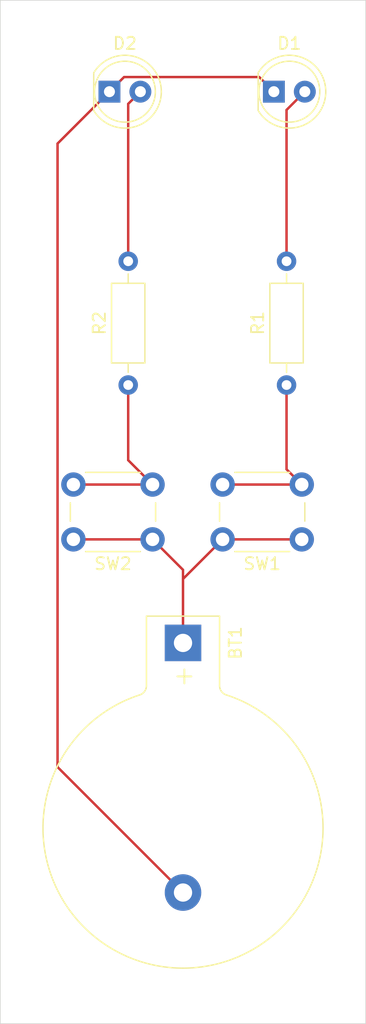
<source format=kicad_pcb>
(kicad_pcb (version 20240108) (generator "pcbnew") (generator_version "8.0")
  (layers (0 "F.Cu" signal) (31 "B.Cu" signal) (34 "B.Paste" user) (35 "F.Paste" user) (36 "B.SilkS" user "B.Silkscreen") (37 "F.SilkS" user "F.Silkscreen") (38 "B.Mask" user) (39 "F.Mask" user) (44 "Edge.Cuts" user))
  (net 0 "")
  (net 1 "GND")
  (net 2 "VCC")
  (net 3 "Net-(D1-A)")
  (net 4 "Net-(D2-A)")
  (net 5 "Net-(R1-Pad1)")
  (net 6 "Net-(R2-Pad1)")
  (footprint "Resistor_THT:R_Axial_DIN0207_L6.3mm_D2.5mm_P10.16mm_Horizontal" (layer "F.Cu") (at 168 100.08 90)
    (property "Reference" "R1" (at 5.08 -2.37 90) (layer "F.SilkS"))
    (property "Value" "220")
    (fp_line (start 8.35 -1.37) (end 1.81 -1.37) (stroke (width 0.12)) (layer "F.SilkS"))
    (fp_line (start 1.81 -1.37) (end 1.81 1.37) (stroke (width 0.12)) (layer "F.SilkS"))
    (fp_line (start 9.12 0) (end 8.35 0) (stroke (width 0.12)) (layer "F.SilkS"))
    (fp_line (start 1.04 0) (end 1.81 0) (stroke (width 0.12)) (layer "F.SilkS"))
    (fp_line (start 8.35 1.37) (end 8.35 -1.37) (stroke (width 0.12)) (layer "F.SilkS"))
    (fp_line (start 1.81 1.37) (end 8.35 1.37) (stroke (width 0.12)) (layer "F.SilkS"))
    (pad "1" thru_hole circle (at 0 0 90) (size 1.6 1.6) (drill 0.8) (layers "*.Cu" "*.Mask") (net 5 "Net-(R1-Pad1)"))
    (pad "2" thru_hole oval (at 10.16 0 90) (size 1.6 1.6) (drill 0.8) (layers "*.Cu" "*.Mask") (net 3 "Net-(D1-A)"))
  )
  (footprint "Battery:BatteryHolder_Keystone_103_1x20mm" (layer "F.Cu") (at 159.500001 121.25 -90)
    (property "Reference" "BT1" (at 0 -4.3 90) (layer "F.SilkS"))
    (property "Value" "3V")
    (fp_line (start -2.2 3) (end 3.5 3) (stroke (width 0.12)) (layer "F.SilkS"))
    (fp_line (start -2.2 3) (end -2.2 -3) (stroke (width 0.12)) (layer "F.SilkS"))
    (fp_line (start -2.2 -3) (end 3.5 -3) (stroke (width 0.12)) (layer "F.SilkS"))
    (fp_arc (start 3.5 3) (mid 3.950694 3.136459) (end 4.25 3.5) (stroke (width 0.12)) (layer "F.SilkS"))
    (fp_arc (start 26.695671 0) (mid 16.971103 11.358466) (end 4.25 3.5) (stroke (width 0.12)) (layer "F.SilkS"))
    (fp_arc (start 4.25 -3.5) (mid 16.971103 -11.358466) (end 26.695671 0) (stroke (width 0.12)) (layer "F.SilkS"))
    (fp_arc (start 4.25 -3.5) (mid 3.950694 -3.136459) (end 3.5 -3) (stroke (width 0.12)) (layer "F.SilkS"))
    (fp_text user "+" (at 2.75 0 90) (layer "F.SilkS") (effects (font (size 1.5 1.5))))
    (pad "1" thru_hole rect (at 0 0 270) (size 3 3) (drill 1.5) (layers "*.Cu" "*.Mask") (net 2 "VCC"))
    (pad "2" thru_hole circle (at 20.49 0 270) (size 3 3) (drill 1.5) (layers "*.Cu" "*.Mask") (net 1 "GND"))
  )
  (footprint "LED_THT:LED_D5.0mm_Clear" (layer "F.Cu") (at 166.96 76)
    (property "Reference" "D1" (at 1.27 -3.96 0) (layer "F.SilkS"))
    (property "Value" "LED")
    (fp_line (start -1.29 -1.545) (end -1.29 1.545) (stroke (width 0.12)) (layer "F.SilkS"))
    (fp_arc (start -1.29 -1.54483) (mid 2.072002 -2.880433) (end 4.26 0.000462) (stroke (width 0.12)) (layer "F.SilkS"))
    (fp_arc (start 4.26 -0.000462) (mid 2.072002 2.880433) (end -1.29 1.54483) (stroke (width 0.12)) (layer "F.SilkS"))
    (fp_circle (center 1.27 0) (end 3.77 0) (stroke (width 0.12)) (fill none) (layer "F.SilkS"))
    (pad "1" thru_hole rect (at 0 0) (size 1.8 1.8) (drill 0.9) (layers "*.Cu" "*.Mask") (net 1 "GND"))
    (pad "2" thru_hole circle (at 2.54 0) (size 1.8 1.8) (drill 0.9) (layers "*.Cu" "*.Mask") (net 3 "Net-(D1-A)"))
  )
  (footprint "LED_THT:LED_D5.0mm_Clear" (layer "F.Cu") (at 153.46 76)
    (property "Reference" "D2" (at 1.27 -3.96 0) (layer "F.SilkS"))
    (property "Value" "LED")
    (fp_line (start -1.29 -1.545) (end -1.29 1.545) (stroke (width 0.12)) (layer "F.SilkS"))
    (fp_arc (start -1.29 -1.54483) (mid 2.072002 -2.880433) (end 4.26 0.000462) (stroke (width 0.12)) (layer "F.SilkS"))
    (fp_arc (start 4.26 -0.000462) (mid 2.072002 2.880433) (end -1.29 1.54483) (stroke (width 0.12)) (layer "F.SilkS"))
    (fp_circle (center 1.27 0) (end 3.77 0) (stroke (width 0.12)) (fill none) (layer "F.SilkS"))
    (pad "1" thru_hole rect (at 0 0) (size 1.8 1.8) (drill 0.9) (layers "*.Cu" "*.Mask") (net 1 "GND"))
    (pad "2" thru_hole circle (at 2.54 0) (size 1.8 1.8) (drill 0.9) (layers "*.Cu" "*.Mask") (net 4 "Net-(D2-A)"))
  )
  (footprint "Resistor_THT:R_Axial_DIN0207_L6.3mm_D2.5mm_P10.16mm_Horizontal" (layer "F.Cu") (at 155 100.08 90)
    (property "Reference" "R2" (at 5.08 -2.37 90) (layer "F.SilkS"))
    (property "Value" "220")
    (fp_line (start 8.35 -1.37) (end 1.81 -1.37) (stroke (width 0.12)) (layer "F.SilkS"))
    (fp_line (start 1.81 -1.37) (end 1.81 1.37) (stroke (width 0.12)) (layer "F.SilkS"))
    (fp_line (start 9.12 0) (end 8.35 0) (stroke (width 0.12)) (layer "F.SilkS"))
    (fp_line (start 1.04 0) (end 1.81 0) (stroke (width 0.12)) (layer "F.SilkS"))
    (fp_line (start 8.35 1.37) (end 8.35 -1.37) (stroke (width 0.12)) (layer "F.SilkS"))
    (fp_line (start 1.81 1.37) (end 8.35 1.37) (stroke (width 0.12)) (layer "F.SilkS"))
    (pad "1" thru_hole circle (at 0 0 90) (size 1.6 1.6) (drill 0.8) (layers "*.Cu" "*.Mask") (net 6 "Net-(R2-Pad1)"))
    (pad "2" thru_hole oval (at 10.16 0 90) (size 1.6 1.6) (drill 0.8) (layers "*.Cu" "*.Mask") (net 4 "Net-(D2-A)"))
  )
  (footprint "Button_Switch_THT:SW_PUSH_6mm_H5mm" (layer "F.Cu") (at 169.25 112.75 180)
    (property "Reference" "SW1" (at 3.25 -2 0) (layer "F.SilkS"))
    (property "Value" "Enable")
    (fp_line (start 6.75 3) (end 6.75 1.5) (stroke (width 0.12)) (layer "F.SilkS"))
    (fp_line (start 5.5 -1) (end 1 -1) (stroke (width 0.12)) (layer "F.SilkS"))
    (fp_line (start 1 5.5) (end 5.5 5.5) (stroke (width 0.12)) (layer "F.SilkS"))
    (fp_line (start -0.25 1.5) (end -0.25 3) (stroke (width 0.12)) (layer "F.SilkS"))
    (pad "1" thru_hole circle (at 0 0 270) (size 2 2) (drill 1.1) (layers "*.Cu" "*.Mask") (net 2 "VCC"))
    (pad "1" thru_hole circle (at 6.5 0 270) (size 2 2) (drill 1.1) (layers "*.Cu" "*.Mask") (net 2 "VCC"))
    (pad "2" thru_hole circle (at 0 4.5 270) (size 2 2) (drill 1.1) (layers "*.Cu" "*.Mask") (net 5 "Net-(R1-Pad1)"))
    (pad "2" thru_hole circle (at 6.5 4.5 270) (size 2 2) (drill 1.1) (layers "*.Cu" "*.Mask") (net 5 "Net-(R1-Pad1)"))
  )
  (footprint "Button_Switch_THT:SW_PUSH_6mm_H5mm" (layer "F.Cu") (at 157 112.75 180)
    (property "Reference" "SW2" (at 3.25 -2 0) (layer "F.SilkS"))
    (property "Value" "Enable")
    (fp_line (start 6.75 3) (end 6.75 1.5) (stroke (width 0.12)) (layer "F.SilkS"))
    (fp_line (start 5.5 -1) (end 1 -1) (stroke (width 0.12)) (layer "F.SilkS"))
    (fp_line (start 1 5.5) (end 5.5 5.5) (stroke (width 0.12)) (layer "F.SilkS"))
    (fp_line (start -0.25 1.5) (end -0.25 3) (stroke (width 0.12)) (layer "F.SilkS"))
    (pad "1" thru_hole circle (at 0 0 270) (size 2 2) (drill 1.1) (layers "*.Cu" "*.Mask") (net 2 "VCC"))
    (pad "1" thru_hole circle (at 6.5 0 270) (size 2 2) (drill 1.1) (layers "*.Cu" "*.Mask") (net 2 "VCC"))
    (pad "2" thru_hole circle (at 0 4.5 270) (size 2 2) (drill 1.1) (layers "*.Cu" "*.Mask") (net 6 "Net-(R2-Pad1)"))
    (pad "2" thru_hole circle (at 6.5 4.5 270) (size 2 2) (drill 1.1) (layers "*.Cu" "*.Mask") (net 6 "Net-(R2-Pad1)"))
  )
  (gr_rect (start 144.5 68.5) (end 174.5 152.5) (stroke (width 0.05)) (fill none) (layer "Edge.Cuts"))
  (segment (start 149.2 131.439999) (end 149.2 80.26) (width 0.2) (layer "F.Cu") (net 1))
  (segment (start 153.46 76) (end 154.66 74.8) (width 0.2) (layer "F.Cu") (net 1))
  (segment (start 154.66 74.8) (end 165.76 74.8) (width 0.2) (layer "F.Cu") (net 1))
  (segment (start 165.76 74.8) (end 166.96 76) (width 0.2) (layer "F.Cu") (net 1))
  (segment (start 159.500001 141.74) (end 149.2 131.439999) (width 0.2) (layer "F.Cu") (net 1))
  (segment (start 149.2 80.26) (end 153.46 76) (width 0.2) (layer "F.Cu") (net 1))
  (segment (start 159.500001 121.25) (end 159.500001 115.250001) (width 0.2) (layer "F.Cu") (net 2))
  (segment (start 159.500001 121.25) (end 159.500001 115.999999) (width 0.2) (layer "F.Cu") (net 2))
  (segment (start 159.500001 115.999999) (end 162.75 112.75) (width 0.2) (layer "F.Cu") (net 2))
  (segment (start 159.500001 115.250001) (end 157 112.75) (width 0.2) (layer "F.Cu") (net 2))
  (segment (start 169.25 112.75) (end 162.75 112.75) (width 0.2) (layer "F.Cu") (net 2))
  (segment (start 150.5 112.75) (end 157 112.75) (width 0.2) (layer "F.Cu") (net 2))
  (segment (start 168 77.5) (end 169.5 76) (width 0.2) (layer "F.Cu") (net 3))
  (segment (start 168 89.92) (end 168 77.5) (width 0.2) (layer "F.Cu") (net 3))
  (segment (start 155 77) (end 156 76) (width 0.2) (layer "F.Cu") (net 4))
  (segment (start 155 89.92) (end 155 77) (width 0.2) (layer "F.Cu") (net 4))
  (segment (start 168 107) (end 169.25 108.25) (width 0.2) (layer "F.Cu") (net 5))
  (segment (start 168 100.08) (end 168 107) (width 0.2) (layer "F.Cu") (net 5))
  (segment (start 162.75 108.25) (end 169.25 108.25) (width 0.2) (layer "F.Cu") (net 5))
  (segment (start 155 106.25) (end 157 108.25) (width 0.2) (layer "F.Cu") (net 6))
  (segment (start 150.5 108.25) (end 157 108.25) (width 0.2) (layer "F.Cu") (net 6))
  (segment (start 155 100.08) (end 155 106.25) (width 0.2) (layer "F.Cu") (net 6))
)
</source>
